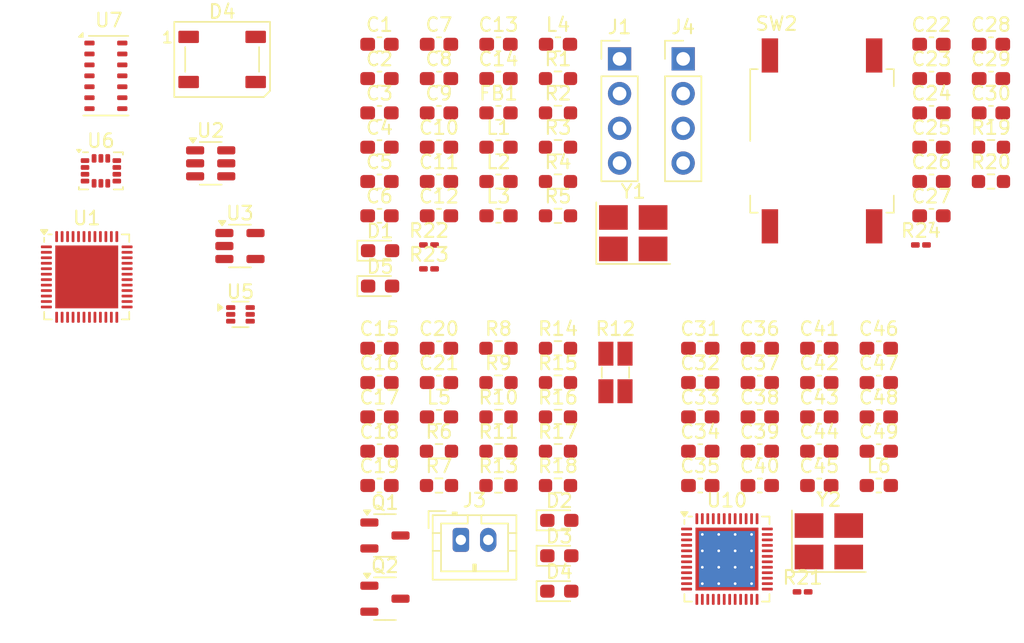
<source format=kicad_pcb>
(kicad_pcb (version 20241229) (generator "pcbnew") (generator_version "9.0")
  (layers (0 "F.Cu" signal) (2 "B.Cu" signal) (13 "F.Paste" user) (15 "B.Paste" user) (5 "F.SilkS" user "F.Silkscreen") (7 "B.SilkS" user "B.Silkscreen") (1 "F.Mask" user) (3 "B.Mask" user) (25 "Edge.Cuts" user))
  (net 0 "")
  (net 2 "3V3")
  (net 3 "GND")
  (net 4 "Net-(D4-DIN)")
  (net 5 "Net-(C10-Pad1)")
  (net 6 "Net-(U1-ANT)")
  (net 7 "/nRF/DECA")
  (net 8 "Net-(C11-Pad1)")
  (net 9 "/nRF/SWDIO")
  (net 10 "/nRF/HSE_IN")
  (net 11 "Net-(AE1-A)")
  (net 12 "CURR_SENSE")
  (net 13 "/nRF/NRESET")
  (net 14 "USB_VBUS")
  (net 16 "POX_INT")
  (net 17 "WS2812_DIN")
  (net 18 "SCL")
  (net 19 "1V8")
  (net 20 "+BATT")
  (net 21 "Net-(D4-K)")
  (net 22 "IMU_INT1")
  (net 23 "Net-(U5-FB)")
  (net 24 "IMU_INT2")
  (net 25 "SDA")
  (net 26 "USER_BUTTON")
  (net 27 "/nRF/SWDCLK")
  (net 29 "/nRF/DCC")
  (net 30 "BUZZER")
  (net 32 "Net-(U10-DIGVDD)")
  (net 33 "n70_PWRIOVDD")
  (net 34 "/nRF/DECD")
  (net 35 "VBATT_SENSE")
  (net 36 "Net-(U1-~{RESET})")
  (net 37 "/nRF/HSE_OUT")
  (net 40 "n70_3V3")
  (net 41 "Net-(U10-BUCKVMID)")
  (net 42 "Net-(U10-AFELDO)")
  (net 43 "Net-(U10-RFVDD)")
  (net 44 "Net-(U10-XOLDO)")
  (net 46 "Net-(U10-PALDO)")
  (net 47 "Net-(U10-SXLDO)")
  (net 48 "n70_IOVDD")
  (net 49 "Net-(U11-CONTROL)")
  (net 50 "Net-(D1-A)")
  (net 51 "Net-(D3-K)")
  (net 52 "Net-(D2-K)")
  (net 59 "Net-(D2-A)")
  (net 60 "Net-(D5-A)")
  (net 61 "Net-(J3-Pin_1)")
  (net 62 "/nRF/UART_TX_3V3")
  (net 63 "/nRF/UART_RX_3V3")
  (net 64 "Net-(U5-SW)")
  (net 65 "Net-(U10-BUCKOUT)")
  (net 66 "/nRF/USER_LED")
  (net 67 "Net-(J2-CC2)")
  (net 68 "Net-(J2-CC1)")
  (net 69 "Net-(U2-PROG)")
  (net 70 "Net-(U3-+)")
  (net 71 "Net-(U3--)")
  (net 72 "Net-(U4-CE)")
  (net 73 "Net-(U5-PG)")
  (net 74 "Net-(U6-CS)")
  (net 75 "/Wi-Fi/n70_BUCK_EN")
  (net 76 "/nRF/USER_LED2")
  (net 77 "Net-(U8-EN)")
  (net 78 "Net-(U9-SDO)")
  (net 79 "n70_COEX_STATUS1")
  (net 80 "n70_SW_CTRL0")
  (net 81 "/nRF/UART_RX")
  (net 82 "n70_COEX_REQ")
  (net 83 "SPI_MOSI")
  (net 84 "SPI_CLK")
  (net 85 "n70_COEX_GRANT")
  (net 86 "n70_COEX_STATUS0")
  (net 88 "SPI_CS")
  (net 89 "SPI_MISO")
  (net 90 "/nRF/UART_TX")
  (net 91 "n70_HOST_IRQ")
  (net 92 "BMP_IT")
  (net 98 "Net-(U10-TXRF1)")
  (net 100 "/Wi-Fi/RF_CRYSTAL_IN")
  (net 103 "Net-(U10-TXRF0)")
  (net 107 "/Wi-Fi/RF_CRYSTAL_OUT")
  (footprint "Capacitor_SMD:C_0603_1608Metric_Pad1.08x0.95mm_HandSolder" (layer "F.Cu") (at 191.35 99.98)
    (property "Reference" "C41" (at 0 -1.43 0) (layer "F.SilkS"))
    (property "Value" "22nF")
    (pad "1" smd roundrect (at -0.8625 0) (size 1.075 0.95) (layers "F.Cu" "F.Mask" "F.Paste") (net 43 "Net-(U10-RFVDD)"))
    (pad "2" smd roundrect (at 0.8625 0) (size 1.075 0.95) (layers "F.Cu" "F.Mask" "F.Paste") (net 3 "GND"))
  )
  (footprint "Inductor_SMD:L_0603_1608Metric_Pad1.05x0.95mm_HandSolder" (layer "F.Cu") (at 163.55 105)
    (property "Reference" "L5" (at 0 -1.43 0) (layer "F.SilkS"))
    (property "Value" "1.0uH")
    (pad "1" smd roundrect (at -0.875 0) (size 1.05 0.95) (layers "F.Cu" "F.Mask" "F.Paste") (net 64 "Net-(U5-SW)"))
    (pad "2" smd roundrect (at 0.875 0) (size 1.05 0.95) (layers "F.Cu" "F.Mask" "F.Paste") (net 19 "1V8"))
  )
  (footprint "Package_DFN_QFN:QFN-48-1EP_6x6mm_P0.4mm_EP4.6x4.6mm" (layer "F.Cu") (at 137.8 94.76)
    (property "Reference" "U1" (at 0 -4.3 0) (layer "F.SilkS"))
    (property "Value" "nRF54L10-QFXX")
    (pad "1" smd roundrect (at -2.95 -2.2) (size 0.8 0.2) (layers "F.Cu" "F.Mask" "F.Paste") (net 30 "BUZZER"))
    (pad "2" smd roundrect (at -2.95 -1.8) (size 0.8 0.2) (layers "F.Cu" "F.Mask" "F.Paste") (net 16 "POX_INT"))
    (pad "3" smd roundrect (at -2.95 -1.4) (size 0.8 0.2) (layers "F.Cu" "F.Mask" "F.Paste") (net 25 "SDA"))
    (pad "4" smd roundrect (at -2.95 -1) (size 0.8 0.2) (layers "F.Cu" "F.Mask" "F.Paste") (net 18 "SCL"))
    (pad "5" smd roundrect (at -2.95 -0.6) (size 0.8 0.2) (layers "F.Cu" "F.Mask" "F.Paste"))
    (pad "6" smd roundrect (at -2.95 -0.2) (size 0.8 0.2) (layers "F.Cu" "F.Mask" "F.Paste") (net 22 "IMU_INT1"))
    (pad "7" smd roundrect (at -2.95 0.2) (size 0.8 0.2) (layers "F.Cu" "F.Mask" "F.Paste") (net 12 "CURR_SENSE"))
    (pad "8" smd roundrect (at -2.95 0.6) (size 0.8 0.2) (layers "F.Cu" "F.Mask" "F.Paste") (net 35 "VBATT_SENSE"))
    (pad "9" smd roundrect (at -2.95 1) (size 0.8 0.2) (layers "F.Cu" "F.Mask" "F.Paste"))
    (pad "10" smd roundrect (at -2.95 1.4) (size 0.8 0.2) (layers "F.Cu" "F.Mask" "F.Paste") (net 19 "1V8"))
    (pad "11" smd roundrect (at -2.95 1.8) (size 0.8 0.2) (layers "F.Cu" "F.Mask" "F.Paste"))
    (pad "12" smd roundrect (at -2.95 2.2) (size 0.8 0.2) (layers "F.Cu" "F.Mask" "F.Paste") (net 84 "SPI_CLK"))
    (pad "13" smd roundrect (at -2.2 2.95) (size 0.2 0.8) (layers "F.Cu" "F.Mask" "F.Paste") (net 83 "SPI_MOSI"))
    (pad "14" smd roundrect (at -1.8 2.95) (size 0.2 0.8) (layers "F.Cu" "F.Mask" "F.Paste") (net 80 "n70_SW_CTRL0"))
    (pad "15" smd roundrect (at -1.4 2.95) (size 0.2 0.8) (layers "F.Cu" "F.Mask" "F.Paste") (net 89 "SPI_MISO"))
    (pad "16" smd roundrect (at -1 2.95) (size 0.2 0.8) (layers "F.Cu" "F.Mask" "F.Paste") (net 88 "SPI_CS"))
    (pad "17" smd roundrect (at -0.6 2.95) (size 0.2 0.8) (layers "F.Cu" "F.Mask" "F.Paste") (net 91 "n70_HOST_IRQ"))
    (pad "18" smd roundrect (at -0.2 2.95) (size 0.2 0.8) (layers "F.Cu" "F.Mask" "F.Paste") (net 86 "n70_COEX_STATUS0"))
    (pad "19" smd roundrect (at 0.2 2.95) (size 0.2 0.8) (layers "F.Cu" "F.Mask" "F.Paste") (net 79 "n70_COEX_STATUS1"))
    (pad "20" smd roundrect (at 0.6 2.95) (size 0.2 0.8) (layers "F.Cu" "F.Mask" "F.Paste") (net 82 "n70_COEX_REQ"))
    (pad "21" smd roundrect (at 1 2.95) (size 0.2 0.8) (layers "F.Cu" "F.Mask" "F.Paste") (net 85 "n70_COEX_GRANT"))
    (pad "22" smd roundrect (at 1.4 2.95) (size 0.2 0.8) (layers "F.Cu" "F.Mask" "F.Paste") (net 19 "1V8"))
    (pad "23" smd roundrect (at 1.8 2.95) (size 0.2 0.8) (layers "F.Cu" "F.Mask" "F.Paste") (net 90 "/nRF/UART_TX"))
    (pad "24" smd roundrect (at 2.2 2.95) (size 0.2 0.8) (layers "F.Cu" "F.Mask" "F.Paste") (net 81 "/nRF/UART_RX"))
    (pad "25" smd roundrect (at 2.95 2.2) (size 0.8 0.2) (layers "F.Cu" "F.Mask" "F.Paste") (net 9 "/nRF/SWDIO"))
    (pad "26" smd roundrect (at 2.95 1.8) (size 0.8 0.2) (layers "F.Cu" "F.Mask" "F.Paste") (net 27 "/nRF/SWDCLK"))
    (pad "27" smd roundrect (at 2.95 1.4) (size 0.8 0.2) (layers "F.Cu" "F.Mask" "F.Paste") (net 92 "BMP_IT"))
    (pad "28" smd roundrect (at 2.95 1) (size 0.8 0.2) (layers "F.Cu" "F.Mask" "F.Paste"))
    (pad "29" smd roundrect (at 2.95 0.6) (size 0.8 0.2) (layers "F.Cu" "F.Mask" "F.Paste"))
    (pad "30" smd roundrect (at 2.95 0.2) (size 0.8 0.2) (layers "F.Cu" "F.Mask" "F.Paste") (net 36 "Net-(U1-~{RESET})"))
    (pad "31" smd roundrect (at 2.95 -0.2) (size 0.8 0.2) (layers "F.Cu" "F.Mask" "F.Paste") (net 6 "Net-(U1-ANT)"))
    (pad "32" smd roundrect (at 2.95 -0.6) (size 0.8 0.2) (layers "F.Cu" "F.Mask" "F.Paste") (net 3 "GND"))
    (pad "33" smd roundrect (at 2.95 -1) (size 0.8 0.2) (layers "F.Cu" "F.Mask" "F.Paste") (net 7 "/nRF/DECA"))
    (pad "34" smd roundrect (at 2.95 -1.4) (size 0.8 0.2) (layers "F.Cu" "F.Mask" "F.Paste") (net 10 "/nRF/HSE_IN"))
    (pad "35" smd roundrect (at 2.95 -1.8) (size 0.8 0.2) (layers "F.Cu" "F.Mask" "F.Paste") (net 37 "/nRF/HSE_OUT"))
    (pad "36" smd roundrect (at 2.95 -2.2) (size 0.8 0.2) (layers "F.Cu" "F.Mask" "F.Paste") (net 19 "1V8"))
    (pad "37" smd roundrect (at 2.2 -2.95) (size 0.2 0.8) (layers "F.Cu" "F.Mask" "F.Paste") (net 24 "IMU_INT2"))
    (pad "38" smd roundrect (at 1.8 -2.95) (size 0.2 0.8) (layers "F.Cu" "F.Mask" "F.Paste"))
    (pad "39" smd roundrect (at 1.4 -2.95) (size 0.2 0.8) (layers "F.Cu" "F.Mask" "F.Paste") (net 76 "/nRF/USER_LED2"))
    (pad "40" smd roundrect (at 1 -2.95) (size 0.2 0.8) (layers "F.Cu" "F.Mask" "F.Paste"))
    (pad "41" smd roundrect (at 0.6 -2.95) (size 0.2 0.8) (layers "F.Cu" "F.Mask" "F.Paste") (net 26 "USER_BUTTON"))
    (pad "42" smd roundrect (at 0.2 -2.95) (size 0.2 0.8) (layers "F.Cu" "F.Mask" "F.Paste") (net 66 "/nRF/USER_LED"))
    (pad "43" smd roundrect (at -0.2 -2.95) (size 0.2 0.8) (layers "F.Cu" "F.Mask" "F.Paste") (net 7 "/nRF/DECA"))
    (pad "44" smd roundrect (at -0.6 -2.95) (size 0.2 0.8) (layers "F.Cu" "F.Mask" "F.Paste") (net 3 "GND"))
    (pad "45" smd roundrect (at -1 -2.95) (size 0.2 0.8) (layers "F.Cu" "F.Mask" "F.Paste") (net 34 "/nRF/DECD"))
    (pad "46" smd roundrect (at -1.4 -2.95) (size 0.2 0.8) (layers "F.Cu" "F.Mask" "F.Paste") (net 29 "/nRF/DCC"))
    (pad "47" smd roundrect (at -1.8 -2.95) (size 0.2 0.8) (layers "F.Cu" "F.Mask" "F.Paste") (net 19 "1V8"))
    (pad "48" smd roundrect (at -2.2 -2.95) (size 0.2 0.8) (layers "F.Cu" "F.Mask" "F.Paste") (net 19 "1V8"))
    (pad "49" smd rect (at 0 0) (size 4.6 4.6) (property pad_prop_heatsink) (layers "F.Cu" "F.Mask") (net 3 "GND"))
  )
  (footprint "Connector_PinHeader_2.54mm:PinHeader_1x04_P2.54mm_Vertical" (layer "F.Cu") (at 176.75 78.81)
    (property "Reference" "J1" (at 0 -2.33 0) (layer "F.SilkS"))
    (property "Value" "Conn_01x04_Pin")
    (pad "1" thru_hole rect (at 0 0) (size 1.7 1.7) (drill 1) (layers "*.Cu" "*.Mask") (net 19 "1V8"))
    (pad "2" thru_hole oval (at 0 2.54) (size 1.7 1.7) (drill 1) (layers "*.Cu" "*.Mask") (net 9 "/nRF/SWDIO"))
    (pad "3" thru_hole oval (at 0 5.08) (size 1.7 1.7) (drill 1) (layers "*.Cu" "*.Mask") (net 27 "/nRF/SWDCLK"))
    (pad "4" thru_hole oval (at 0 7.62) (size 1.7 1.7) (drill 1) (layers "*.Cu" "*.Mask") (net 3 "GND"))
  )
  (footprint "Inductor_SMD:L_0603_1608Metric_Pad1.05x0.95mm_HandSolder" (layer "F.Cu") (at 172.25 77.74)
    (property "Reference" "L4" (at 0 -1.43 0) (layer "F.SilkS"))
    (property "Value" "3.5nH")
    (pad "1" smd roundrect (at -0.875 0) (size 1.05 0.95) (layers "F.Cu" "F.Mask" "F.Paste") (net 8 "Net-(C11-Pad1)"))
    (pad "2" smd roundrect (at 0.875 0) (size 1.05 0.95) (layers "F.Cu" "F.Mask" "F.Paste") (net 11 "Net-(AE1-A)"))
  )
  (footprint "Resistor_SMD:R_0603_1608Metric_Pad0.98x0.95mm_HandSolder" (layer "F.Cu") (at 172.25 110.02)
    (property "Reference" "R18" (at 0 -1.43 0) (layer "F.SilkS"))
    (property "Value" "100k")
    (pad "1" smd roundrect (at -0.9125 0) (size 0.975 0.95) (layers "F.Cu" "F.Mask" "F.Paste") (net 23 "Net-(U5-FB)"))
    (pad "2" smd roundrect (at 0.9125 0) (size 0.975 0.95) (layers "F.Cu" "F.Mask" "F.Paste") (net 3 "GND"))
  )
  (footprint "Capacitor_SMD:C_0603_1608Metric_Pad1.08x0.95mm_HandSolder" (layer "F.Cu") (at 159.2 77.74)
    (property "Reference" "C1" (at 0 -1.43 0) (layer "F.SilkS"))
    (property "Value" "10uF")
    (pad "1" smd roundrect (at -0.8625 0) (size 1.075 0.95) (layers "F.Cu" "F.Mask" "F.Paste") (net 19 "1V8"))
    (pad "2" smd roundrect (at 0.8625 0) (size 1.075 0.95) (layers "F.Cu" "F.Mask" "F.Paste") (net 3 "GND"))
  )
  (footprint "Resistor_SMD:R_0603_1608Metric_Pad0.98x0.95mm_HandSolder" (layer "F.Cu") (at 172.25 82.76)
    (property "Reference" "R2" (at 0 -1.43 0) (layer "F.SilkS"))
    (property "Value" "4.7k")
    (pad "1" smd roundrect (at -0.9125 0) (size 0.975 0.95) (layers "F.Cu" "F.Mask" "F.Paste") (net 19 "1V8"))
    (pad "2" smd roundrect (at 0.9125 0) (size 0.975 0.95) (layers "F.Cu" "F.Mask" "F.Paste") (net 25 "SDA"))
  )
  (footprint "LED_SMD:LED_0603_1608Metric_Pad1.05x0.95mm_HandSolder" (layer "F.Cu") (at 172.345 112.57)
    (property "Reference" "D2" (at 0 -1.43 0) (layer "F.SilkS"))
    (property "Value" "LED")
    (pad "1" smd roundrect (at -0.875 0) (size 1.05 0.95) (layers "F.Cu" "F.Mask" "F.Paste") (net 52 "Net-(D2-K)"))
    (pad "2" smd roundrect (at 0.875 0) (size 1.05 0.95) (layers "F.Cu" "F.Mask" "F.Paste") (net 59 "Net-(D2-A)"))
  )
  (footprint "Capacitor_SMD:C_0603_1608Metric_Pad1.08x0.95mm_HandSolder" (layer "F.Cu") (at 159.2 99.98)
    (property "Reference" "C15" (at 0 -1.43 0) (layer "F.SilkS"))
    (property "Value" "4.7uF")
    (pad "1" smd roundrect (at -0.8625 0) (size 1.075 0.95) (layers "F.Cu" "F.Mask" "F.Paste") (net 14 "USB_VBUS"))
    (pad "2" smd roundrect (at 0.8625 0) (size 1.075 0.95) (layers "F.Cu" "F.Mask" "F.Paste") (net 3 "GND"))
  )
  (footprint "Crystal:Crystal_SMD_3225-4Pin_3.2x2.5mm_HandSoldering" (layer "F.Cu") (at 192.05 114.1)
    (property "Reference" "Y2" (at 0 -3.05 0) (layer "F.SilkS"))
    (property "Value" "Crystal_GND24")
    (pad "1" smd rect (at -1.45 1.15) (size 2.1 1.8) (layers "F.Cu" "F.Mask" "F.Paste") (net 107 "/Wi-Fi/RF_CRYSTAL_OUT"))
    (pad "2" smd rect (at 1.45 1.15) (size 2.1 1.8) (layers "F.Cu" "F.Mask" "F.Paste") (net 3 "GND"))
    (pad "3" smd rect (at 1.45 -1.15) (size 2.1 1.8) (layers "F.Cu" "F.Mask" "F.Paste") (net 100 "/Wi-Fi/RF_CRYSTAL_IN"))
    (pad "4" smd rect (at -1.45 -1.15) (size 2.1 1.8) (layers "F.Cu" "F.Mask" "F.Paste") (net 3 "GND"))
  )
  (footprint "LED_SMD:LED_0603_1608Metric_Pad1.05x0.95mm_HandSolder" (layer "F.Cu") (at 159.245 92.84)
    (property "Reference" "D1" (at 0 -1.43 0) (layer "F.SilkS"))
    (property "Value" "LED")
    (pad "1" smd roundrect (at -0.875 0) (size 1.05 0.95) (layers "F.Cu" "F.Mask" "F.Paste") (net 3 "GND"))
    (pad "2" smd roundrect (at 0.875 0) (size 1.05 0.95) (layers "F.Cu" "F.Mask" "F.Paste") (net 50 "Net-(D1-A)"))
  )
  (footprint "Capacitor_SMD:C_0603_1608Metric_Pad1.08x0.95mm_HandSolder" (layer "F.Cu") (at 159.2 107.51)
    (property "Reference" "C18" (at 0 -1.43 0) (layer "F.SilkS"))
    (property "Value" "2.2uF")
    (pad "1" smd roundrect (at -0.8625 0) (size 1.075 0.95) (layers "F.Cu" "F.Mask" "F.Paste") (net 51 "Net-(D3-K)"))
    (pad "2" smd roundrect (at 0.8625 0) (size 1.075 0.95) (layers "F.Cu" "F.Mask" "F.Paste") (net 3 "GND"))
  )
  (footprint "Capacitor_SMD:C_0603_1608Metric_Pad1.08x0.95mm_HandSolder" (layer "F.Cu") (at 159.2 110.02)
    (property "Reference" "C19" (at 0 -1.43 0) (layer "F.SilkS"))
    (property "Value" "4.7uF")
    (pad "1" smd roundrect (at -0.8625 0) (size 1.075 0.95) (layers "F.Cu" "F.Mask" "F.Paste") (net 21 "Net-(D4-K)"))
    (pad "2" smd roundrect (at 0.8625 0) (size 1.075 0.95) (layers "F.Cu" "F.Mask" "F.Paste") (net 3 "GND"))
  )
  (footprint "Capacitor_SMD:C_0603_1608Metric_Pad1.08x0.95mm_HandSolder" (layer "F.Cu") (at 163.55 90.29)
    (property "Reference" "C12" (at 0 -1.43 0) (layer "F.SilkS"))
    (property "Value" "0.3pF")
    (pad "1" smd roundrect (at -0.8625 0) (size 1.075 0.95) (layers "F.Cu" "F.Mask" "F.Paste") (net 11 "Net-(AE1-A)"))
    (pad "2" smd roundrect (at 0.8625 0) (size 1.075 0.95) (layers "F.Cu" "F.Mask" "F.Paste") (net 3 "GND"))
  )
  (footprint "Capacitor_SMD:C_0603_1608Metric_Pad1.08x0.95mm_HandSolder" (layer "F.Cu") (at 167.9 77.74)
    (property "Reference" "C13" (at 0 -1.43 0) (layer "F.SilkS"))
    (property "Value" "3.9pF")
    (pad "1" smd roundrect (at -0.8625 0) (size 1.075 0.95) (layers "F.Cu" "F.Mask" "F.Paste") (net 36 "Net-(U1-~{RESET})"))
    (pad "2" smd roundrect (at 0.8625 0) (size 1.075 0.95) (layers "F.Cu" "F.Mask" "F.Paste") (net 3 "GND"))
  )
  (footprint "Capacitor_SMD:C_0603_1608Metric_Pad1.08x0.95mm_HandSolder" (layer "F.Cu") (at 163.55 85.27)
    (property "Reference" "C10" (at 0 -1.43 0) (layer "F.SilkS"))
    (property "Value" "1.5pF")
    (pad "1" smd roundrect (at -0.8625 0) (size 1.075 0.95) (layers "F.Cu" "F.Mask" "F.Paste") (net 5 "Net-(C10-Pad1)"))
    (pad "2" smd roundrect (at 0.8625 0) (size 1.075 0.95) (layers "F.Cu" "F.Mask" "F.Paste") (net 3 "GND"))
  )
  (footprint "Resistor_SMD:R_0603_1608Metric_Pad0.98x0.95mm_HandSolder" (layer "F.Cu") (at 167.9 105)
    (property "Reference" "R10" (at 0 -1.43 0) (layer "F.SilkS"))
    (property "Value" "200k")
    (pad "1" smd roundrect (at -0.9125 0) (size 0.975 0.95) (layers "F.Cu" "F.Mask" "F.Paste") (net 20 "+BATT"))
    (pad "2" smd roundrect (at 0.9125 0) (size 0.975 0.95) (layers "F.Cu" "F.Mask" "F.Paste") (net 35 "VBATT_SENSE"))
  )
  (footprint "Inductor_SMD:L_0603_1608Metric_Pad1.05x0.95mm_HandSolder" (layer "F.Cu") (at 195.7 110.02)
    (property "Reference" "L6" (at 0 -1.43 0) (layer "F.SilkS"))
    (property "Value" "3.3uH")
    (pad "1" smd roundrect (at -0.875 0) (size 1.05 0.95) (layers "F.Cu" "F.Mask" "F.Paste") (net 65 "Net-(U10-BUCKOUT)"))
    (pad "2" smd roundrect (at 0.875 0) (size 1.05 0.95) (layers "F.Cu" "F.Mask" "F.Paste") (net 40 "n70_3V3"))
  )
  (footprint "Capacitor_SMD:C_0603_1608Metric_Pad1.08x0.95mm_HandSolder" (layer "F.Cu") (at 163.55 77.74)
    (property "Reference" "C7" (at 0 -1.43 0) (layer "F.SilkS"))
    (property "Value" "2.2uF")
    (pad "1" smd roundrect (at -0.8625 0) (size 1.075 0.95) (layers "F.Cu" "F.Mask" "F.Paste") (net 7 "/nRF/DECA"))
    (pad "2" smd roundrect (at 0.8625 0) (size 1.075 0.95) (layers "F.Cu" "F.Mask" "F.Paste") (net 3 "GND"))
  )
  (footprint "Button_Switch_SMD:SW_MEC_5GSH9" (layer "F.Cu") (at 191.55 84.81)
    (property "Reference" "SW2" (at -3.325 -8.575 180) (layer "F.SilkS"))
    (property "Value" "SW_MEC_5E")
    (pad "1" smd rect (at -3.81 -6.25 90) (size 2.5 1.2) (layers "F.Cu" "F.Mask" "F.Paste") (net 3 "GND"))
    (pad "2" smd rect (at -3.81 6.25 90) (size 2.5 1.2) (layers "F.Cu" "F.Mask" "F.Paste") (net 3 "GND"))
    (pad "3" smd rect (at 3.81 -6.25 90) (size 2.5 1.2) (layers "F.Cu" "F.Mask" "F.Paste") (net 26 "USER_BUTTON"))
    (pad "4" smd rect (at 3.81 6.25 90) (size 2.5 1.2) (layers "F.Cu" "F.Mask" "F.Paste") (net 26 "USER_BUTTON"))
  )
  (footprint "Capacitor_SMD:C_0603_1608Metric_Pad1.08x0.95mm_HandSolder" (layer "F.Cu") (at 159.2 85.27)
    (property "Reference" "C4" (at 0 -1.43 0) (layer "F.SilkS"))
    (property "Value" "100nF")
    (pad "1" smd roundrect (at -0.8625 0) (size 1.075 0.95) (layers "F.Cu" "F.Mask" "F.Paste") (net 19 "1V8"))
    (pad "2" smd roundrect (at 0.8625 0) (size 1.075 0.95) (layers "F.Cu" "F.Mask" "F.Paste") (net 3 "GND"))
  )
  (footprint "Capacitor_SMD:C_0603_1608Metric_Pad1.08x0.95mm_HandSolder" (layer "F.Cu") (at 199.55 77.74)
    (property "Reference" "C22" (at 0 -1.43 0) (layer "F.SilkS"))
    (property "Value" "100nF")
    (pad "1" smd roundrect (at -0.8625 0) (size 1.075 0.95) (layers "F.Cu" "F.Mask" "F.Paste") (net 19 "1V8"))
    (pad "2" smd roundrect (at 0.8625 0) (size 1.075 0.95) (layers "F.Cu" "F.Mask" "F.Paste") (net 3 "GND"))
  )
  (footprint "Resistor_SMD:R_0603_1608Metric_Pad0.98x0.95mm_HandSolder" (layer "F.Cu") (at 172.25 85.27)
    (property "Reference" "R3" (at 0 -1.43 0) (layer "F.SilkS"))
    (property "Value" "1k")
    (pad "1" smd roundrect (at -0.9125 0) (size 0.975 0.95) (layers "F.Cu" "F.Mask" "F.Paste") (net 66 "/nRF/USER_LED"))
    (pad "2" smd roundrect (at 0.9125 0) (size 0.975 0.95) (layers "F.Cu" "F.Mask" "F.Paste") (net 50 "Net-(D1-A)"))
  )
  (footprint "Resistor_SMD:R_0603_1608Metric_Pad0.98x0.95mm_HandSolder" (layer "F.Cu") (at 167.9 102.49)
    (property "Reference" "R9" (at 0 -1.43 0) (layer "F.SilkS"))
    (property "Value" "10k")
    (pad "1" smd roundrect (at -0.9125 0) (size 0.975 0.95) (layers "F.Cu" "F.Mask" "F.Paste") (net 69 "Net-(U2-PROG)"))
    (pad "2" smd roundrect (at 0.9125 0) (size 0.975 0.95) (layers "F.Cu" "F.Mask" "F.Paste") (net 3 "GND"))
  )
  (footprint "Capacitor_SMD:C_0603_1608Metric_Pad1.08x0.95mm_HandSolder" (layer "F.Cu") (at 203.9 82.76)
    (property "Reference" "C30" (at 0 -1.43 0) (layer "F.SilkS"))
    (property "Value" "100nF")
    (pad "1" smd roundrect (at -0.8625 0) (size 1.075 0.95) (layers "F.Cu" "F.Mask" "F.Paste") (net 19 "1V8"))
    (pad "2" smd roundrect (at 0.8625 0) (size 1.075 0.95) (layers "F.Cu" "F.Mask" "F.Paste") (net 3 "GND"))
  )
  (footprint "Resistor_SMD:R_0201_0603Metric_Pad0.64x0.40mm_HandSolder" (layer "F.Cu") (at 190.13 117.8)
    (property "Reference" "R21" (at 0 -1.05 0) (layer "F.SilkS"))
    (property "Value" "R")
    (pad "1" smd roundrect (at -0.4075 0) (size 0.635 0.4) (layers "F.Cu" "F.Mask") (net 75 "/Wi-Fi/n70_BUCK_EN"))
    (pad "2" smd roundrect (at 0.4075 0) (size 0.635 0.4) (layers "F.Cu" "F.Mask") (net 49 "Net-(U11-CONTROL)"))
  )
  (footprint "Crystal:Crystal_SMD_3225-4Pin_3.2x2.5mm_HandSoldering" (layer "F.Cu") (at 177.75 91.56)
    (property "Reference" "Y1" (at 0 -3.05 0) (layer "F.SilkS"))
    (property "Value" "Crystal_GND24")
    (pad "1" smd rect (at -1.45 1.15) (size 2.1 1.8) (layers "F.Cu" "F.Mask" "F.Paste") (net 10 "/nRF/HSE_IN"))
    (pad "2" smd rect (at 1.45 1.15) (size 2.1 1.8) (layers "F.Cu" "F.Mask" "F.Paste") (net 3 "GND"))
    (pad "3" smd rect (at 1.45 -1.15) (size 2.1 1.8) (layers "F.Cu" "F.Mask" "F.Paste") (net 37 "/nRF/HSE_OUT"))
    (pad "4" smd rect (at -1.45 -1.15) (size 2.1 1.8) (layers "F.Cu" "F.Mask" "F.Paste") (net 3 "GND"))
  )
  (footprint "Diode_SMD:D_0603_1608Metric_Pad1.05x0.95mm_HandSolder" (layer "F.Cu") (at 172.345 117.75)
    (property "Reference" "D4" (at 0 -1.43 0) (layer "F.SilkS"))
    (property "Value" "D_Schottky")
    (pad "1" smd roundrect (at -0.875 0) (size 1.05 0.95) (layers "F.Cu" "F.Mask" "F.Paste") (net 21 "Net-(D4-K)"))
    (pad "2" smd roundrect (at 0.875 0) (size 1.05 0.95) (layers "F.Cu" "F.Mask" "F.Paste") (net 14 "USB_VBUS"))
  )
  (footprint "Package_TO_SOT_SMD:SOT-23-3" (layer "F.Cu") (at 159.6 118.3)
    (property "Reference" "Q2" (at 0 -2.4 0) (layer "F.SilkS"))
    (property "Value" "PMOS")
    (pad "1" smd roundrect (at -1.1375 -0.95) (size 1.325 0.6) (layers "F.Cu" "F.Mask" "F.Paste") (net 20 "+BATT"))
    (pad "2" smd roundrect (at -1.1375 0.95) (size 1.325 0.6) (layers "F.Cu" "F.Mask" "F.Paste") (net 14 "USB_VBUS"))
    (pad "3" smd roundrect (at 1.1375 0) (size 1.325 0.6) (layers "F.Cu" "F.Mask" "F.Paste") (net 21 "Net-(D4-K)"))
  )
  (footprint "Package_TO_SOT_SMD:SOT-23-6" (layer "F.Cu") (at 146.8625 86.45)
    (property "Reference" "U2" (at 0 -2.4 0) (layer "F.SilkS"))
    (property "Value" "TXS0101DBV")
    (pad "1" smd roundrect (at -1.1375 -0.95) (size 1.325 0.6) (layers "F.Cu" "F.Mask" "F.Paste") (net 19 "1V8"))
    (pad "2" smd roundrect (at -1.1375 0) (size 1.325 0.6) (layers "F.Cu" "F.Mask" "F.Paste") (net 3 "GND"))
    (pad "3" smd roundrect (at -1.1375 0.95) (size 1.325 0.6) (layers "F.Cu" "F.Mask" "F.Paste") (net 17 "WS2812_DIN"))
    (pad "4" smd roundrect (at 1.1375 0.95) (size 1.325 0.6) (layers "F.Cu" "F.Mask" "F.Paste") (net 4 "Net-(D4-DIN)"))
    (pad "5" smd roundrect (at 1.1375 0) (size 1.325 0.6) (layers "F.Cu" "F.Mask" "F.Paste") (net 19 "1V8"))
    (pad "6" smd roundrect (at 1.1375 -0.95) (size 1.325 0.6) (layers "F.Cu" "F.Mask" "F.Paste") (net 2 "3V3"))
  )
  (footprint "Inductor_SMD:L_0603_1608Metric_Pad1.05x0.95mm_HandSolder" (layer "F.Cu") (at 167.9 90.29)
    (property "Reference" "L3" (at 0 -1.43 0) (layer "F.SilkS"))
    (property "Value" "3.5nH")
    (pad "1" smd roundrect (at -0.875 0) (size 1.05 0.95) (layers "F.Cu" "F.Mask" "F.Paste") (net 5 "Net-(C10-Pad1)"))
    (pad "2" smd roundrect (at 0.875 0) (size 1.05 0.95) (layers "F.Cu" "F.Mask" "F.Paste") (net 8 "Net-(C11-Pad1)"))
  )
  (footprint "Resistor_SMD:R_0603_1608Metric_Pad0.98x0.95mm_HandSolder" (layer "F.Cu") (at 172.25 80.25)
    (property "Reference" "R1" (at 0 -1.43 0) (layer "F.SilkS"))
    (property "Value" "4.7k")
    (pad "1" smd roundrect (at -0.9125 0) (size 0.975 0.95) (layers "F.Cu" "F.Mask" "F.Paste") (net 19 "1V8"))
    (pad "2" smd roundrect (at 0.9125 0) (size 0.975 0.95) (layers "F.Cu" "F.Mask" "F.Paste") (net 18 "SCL"))
  )
  (footprint "Resistor_SMD:R_Shunt_Ohmite_LVK12" (layer "F.Cu") (at 176.45 101.75)
    (property "Reference" "R12" (at 0 -3.2 180) (layer "F.SilkS"))
    (property "Value" "100m")
    (pad "1" smd rect (at -0.7 -1.375) (size 1.1 1.75) (layers "F.Cu" "F.Mask" "F.Paste") (net 61 "Net-(J3-Pin_1)"))
    (pad "2" smd rect (at 0.7 -1.375) (size 1.1 1.75) (layers "F.Cu" "F.Mask" "F.Paste") (net 71 "Net-(U3--)"))
    (pad "3" smd rect (at 0.7 1.375) (size 1.1 1.75) (layers "F.Cu" "F.Mask" "F.Paste") (net 70 "Net-(U3-+)"))
    (pad "4" smd rect (at -0.7 1.375) (size 1.1 1.75) (layers "F.Cu" "F.Mask" "F.Paste") (net 20 "+BATT"))
  )
  (footprint "Capacitor_SMD:C_0603_1608Metric_Pad1.08x0.95mm_HandSolder" (layer "F.Cu") (at 163.55 87.78)
    (property "Reference" "C11" (at 0 -1.43 0) (layer "F.SilkS"))
    (property "Value" "2.0pF")
    (pad "1" smd roundrect (at -0.8625 0) (size 1.075 0.95) (layers "F.Cu" "F.Mask" "F.Paste") (net 8 "Net-(C11-Pad1)"))
    (pad "2" smd roundrect (at 0.8625 0) (size 1.075 0.95) (layers "F.Cu" "F.Mask" "F.Paste") (net 3 "GND"))
  )
  (footprint "Connector_JST:JST_PH_B2B-PH-K_1x02_P2.00mm_Vertical" (layer "F.Cu") (at 165.15 114)
    (property "Reference" "J3" (at 1 -2.9 0) (layer "F.SilkS"))
    (property "Value" "Conn_01x02")
    (pad "1" thru_hole roundrect (at 0 0) (size 1.2 1.75) (drill 0.75) (layers "*.Cu" "*.Mask") (roundrect_rratio 0.208333) (net 61 "Net-(J3-Pin_1)"))
    (pad "2" thru_hole oval (at 2 0) (size 1.2 1.75) (drill 0.75) (layers "*.Cu" "*.Mask") (net 3 "GND"))
  )
  (footprint "Capacitor_SMD:C_0603_1608Metric_Pad1.08x0.95mm_HandSolder" (layer "F.Cu") (at 182.65 110.02)
    (property "Reference" "C35" (at 0 -1.43 0) (layer "F.SilkS"))
    (property "Value" "4.7uF")
    (pad "1" smd roundrect (at -0.8625 0) (size 1.075 0.95) (layers "F.Cu" "F.Mask" "F.Paste") (net 40 "n70_3V3"))
    (pad "2" smd roundrect (at 0.8625 0) (size 1.075 0.95) (layers "F.Cu" "F.Mask" "F.Paste") (net 3 "GND"))
  )
  (footprint "Capacitor_SMD:C_0603_1608Metric_Pad1.08x0.95mm_HandSolder" (layer "F.Cu") (at 191.35 107.51)
    (property "Reference" "C44" (at 0 -1.43 0) (layer "F.SilkS"))
    (property "Value" "100nF")
    (pad "1" smd roundrect (at -0.8625 0) (size 1.075 0.95) (layers "F.Cu" "F.Mask" "F.Paste") (net 46 "Net-(U10-PALDO)"))
    (pad "2" smd roundrect (at 0.8625 0) (size 1.075 0.95) (layers "F.Cu" "F.Mask" "F.Paste") (net 3 "GND"))
  )
  (footprint "Capacitor_SMD:C_0603_1608Metric_Pad1.08x0.95mm_HandSolder" (layer "F.Cu") (at 159.2 82.76)
    (property "Reference" "C3" (at 0 -1.43 0) (layer "F.SilkS"))
    (property "Value" "100nF")
    (pad "1" smd roundrect (at -0.8625 0) (size 1.075 0.95) (layers "F.Cu" "F.Mask" "F.Paste") (net 19 "1V8"))
    (pad "2" smd roundrect (at 0.8625 0) (size 1.075 0.95) (layers "F.Cu" "F.Mask" "F.Paste") (net 3 "GND"))
  )
  (footprint "Capacitor_SMD:C_0603_1608Metric_Pad1.08x0.95mm_HandSolder" (layer "F.Cu") (at 187 105)
    (property "Reference" "C38" (at 0 -1.43 0) (layer "F.SilkS"))
    (property "Value" "1.0uF")
    (pad "1" smd roundrect (at -0.8625 0) (size 1.075 0.95) (layers "F.Cu" "F.Mask" "F.Paste") (net 2 "3V3"))
    (pad "2" smd roundrect (at 0.8625 0) (size 1.075 0.95) (layers "F.Cu" "F.Mask" "F.Paste") (net 3 "GND"))
  )
  (footprint "Capacitor_SMD:C_0603_1608Metric_Pad1.08x0.95mm_HandSolder" (layer "F.Cu") (at 199.55 90.29)
    (property "Reference" "C27" (at 0 -1.43 0) (layer "F.SilkS"))
    (property "Value" "0.1uF")
    (pad "1" smd roundrect (at -0.8625 0) (size 1.075 0.95) (layers "F.Cu" "F.Mask" "F.Paste") (net 2 "3V3"))
    (pad "2" smd roundrect (at 0.8625 0) (size 1.075 0.95) (layers "F.Cu" "F.Mask" "F.Paste") (net 3 "GND"))
  )
  (footprint "Package_TO_SOT_SMD:SOT-23-3" (layer "F.Cu") (at 159.6 113.675)
    (property "Reference" "Q1" (at 0 -2.4 0) (layer "F.SilkS"))
    (property "Value" "PMOS")
    (pad "1" smd roundrect (at -1.1375 -0.95) (size 1.325 0.6) (layers "F.Cu" "F.Mask" "F.Paste") (net 20 "+BATT"))
    (pad "2" smd roundrect (at -1.1375 0.95) (size 1.325 0.6) (layers "F.Cu" "F.Mask" "F.Paste") (net 14 "USB_VBUS"))
    (pad "3" smd roundrect (at 1.1375 0) (size 1.325 0.6) (layers "F.Cu" "F.Mask" "F.Paste") (net 51 "Net-(D3-K)"))
  )
  (footprint "Resistor_SMD:R_0603_1608Metric_Pad0.98x0.95mm_HandSolder" (layer "F.Cu") (at 172.25 99.98)
    (property "Reference" "R14" (at 0 -1.43 0) (layer "F.SilkS"))
    (property "Value" "10k")
    (pad "1" smd roundrect (at -0.9125 0) (size 0.975 0.95) (layers "F.Cu" "F.Mask" "F.Paste") (net 3 "GND"))
    (pad "2" smd roundrect (at 0.9125 0) (size 0.975 0.95) (layers "F.Cu" "F.Mask" "F.Paste") (net 14 "USB_VBUS"))
  )
  (footprint "Capacitor_SMD:C_0603_1608Metric_Pad1.08x0.95mm_HandSolder" (layer "F.Cu") (at 199.55 85.27)
    (property "Reference" "C25" (at 0 -1.43 0) (layer "F.SilkS"))
    (property "Value" "0.1uF")
    (pad "1" smd roundrect (at -0.8625 0) (size 1.075 0.95) (layers "F.Cu" "F.Mask" "F.Paste") (net 19 "1V8"))
    (pad "2" smd roundrect (at 0.8625 0) (size 1.075 0.95) (layers "F.Cu" "F.Mask" "F.Paste") (net 3 "GND"))
  )
  (footprint "Resistor_SMD:R_0603_1608Metric_Pad0.98x0.95mm_HandSolder" (layer "F.Cu") (at 167.9 107.51)
    (property "Reference" "R11" (at 0 -1.43 0) (layer "F.SilkS"))
    (property "Value" "100k")
    (pad "1" smd roundrect (at -0.9125 0) (size 0.975 0.95) (layers "F.Cu" "F.Mask" "F.Paste") (net 35 "VBATT_SENSE"))
    (pad "2" smd roundrect (at 0.9125 0) (size 0.975 0.95) (layers "F.Cu" "F.Mask" "F.Paste") (net 3 "GND"))
  )
  (footprint "Capacitor_SMD:C_0603_1608Metric_Pad1.08x0.95mm_HandSolder" (layer "F.Cu") (at 182.65 105)
    (property "Reference" "C33" (at 0 -1.43 0) (layer "F.SilkS"))
    (property "Value" "2.2uF")
    (pad "1" smd roundrect (at -0.8625 0) (size 1.075 0.95) (layers "F.Cu" "F.Mask" "F.Paste") (net 33 "n70_PWRIOVDD"))
    (pad "2" smd roundrect (at 0.8625 0) (size 1.075 0.95) (layers "F.Cu" "F.Mask" "F.Paste") (net 3 "GND"))
  )
  (footprint "OptoDevice:Maxim_OLGA-14_3.3x5.6mm_P0.8mm" (layer "F.Cu") (at 139.2 80.05)
    (property "Reference" "U7" (at 0.22 -4.07 0) (layer "F.SilkS"))
    (property "Value" "MAX30102")
    (pad "1" smd roundrect (at -1.2 -2.4) (size 0.75 0.35) (layers "F.Cu" "F.Mask" "F.Paste"))
    (pad "2" smd roundrect (at -1.2 -1.6) (size 0.75 0.35) (layers "F.Cu" "F.Mask" "F.Paste") (net 18 "SCL"))
    (pad "3" smd roundrect (at -1.2 -0.8) (size 0.75 0.35) (layers "F.Cu" "F.Mask" "F.Paste") (net 25 "SDA"))
    (pad "4" smd roundrect (at -1.2 0) (size 0.75 0.35) (layers "F.Cu" "F.Mask" "F.Paste") (net 3 "GND"))
    (pad "5" smd roundrect (at -1.2 0.8) (size 0.75 0.35) (layers "F.Cu" "F.Mask" "F.Paste"))
    (pad "6" smd roundrect (at -1.2 1.6) (size 0.75 0.35) (layers "F.Cu" "F.Mask" "F.Paste"))
    (pad "7" smd roundrect (at -1.2 2.4) (size 0.75 0.35) (layers "F.Cu" "F.Mask" "F.Paste"))
    (pad "8" smd roundrect (at 1.2 2.4) (size 0.75 0.35) (layers "F.Cu" "F.Mask" "F.Paste"))
    (pad "9" smd roundrect (at 1.2 1.6) (size 0.75 0.35) (layers "F.Cu" "F.Mask" "F.Paste") (net 2 "3V3"))
    (pad "10" smd roundrect (at 1.2 0.8) (size 0.75 0.35) (layers "F.Cu" "F.Mask" "F.Paste") (net 2 "3V3"))
    (pad "11" smd roundrect (at 1.2 0) (size 0.75 0.35) (layers "F.Cu" "F.Mask" "F.Paste") (net 19 "1V8"))
    (pad "12" smd roundrect (at 1.2 -0.8) (size 0.75 0.35) (layers "F.Cu" "F.Mask" "F.Paste") (net 3 "GND"))
    (pad "13" smd roundrect (at 1.2 -1.6) (size 0.75 0.35) (layers "F.Cu" "F.Mask" "F.Paste") (net 16 "POX_INT"))
    (pad "14" smd roundrect (at 1.2 -2.4) (size 0.75 0.35) (layers "F.Cu" "F.Mask" "F.Paste"))
  )
  (footprint "Capacitor_SMD:C_0603_1608Metric_Pad1.08x0.95mm_HandSolder" (layer "F.Cu") (at 187 102.49)
    (property "Reference" "C37" (at 0 -1.43 0) (layer "F.SilkS"))
    (property "Value" "10nF")
    (pad "1" smd roundrect (at -0.8625 0) (size 1.075 0.95) (layers "F.Cu" "F.Mask" "F.Paste") (net 41 "Net-(U10-BUCKVMID)"))
    (pad "2" smd roundrect (at 0.8625 0) (size 1.075 0.95) (layers "F.Cu" "F.Mask" "F.Paste") (net 3 "GND"))
  )
  (footprint "Diode_SMD:D_0603_1608Metric_Pad1.05x0.95mm_HandSolder" (layer "F.Cu") (at 172.345 115.16)
    (property "Reference" "D3" (at 0 -1.43 0) (layer "F.SilkS"))
    (property "Value" "D_Schottky")
    (pad "1" smd roundrect (at -0.875 0) (size 1.05 0.95) (layers "F.Cu" "F.Mask" "F.Paste") (net 51 "Net-(D3-K)"))
    (pad "2" smd roundrect (at 0.875 0) (size 1.05 0.95) (layers "F.Cu" "F.Mask" "F.Paste") (net 14 "USB_VBUS"))
  )
  (footprint "Capacitor_SMD:C_0603_1608Metric_Pad1.08x0.95mm_HandSolder" (layer "F.Cu") (at 191.35 110.02)
    (property "Reference" "C45" (at 0 -1.43 0) (layer "F.SilkS"))
    (property "Value" "0.47uF")
    (pad "1" smd roundrect (at -0.8625 0) (size 1.075 0.95) (layers "F.Cu" "F.Mask" "F.Paste") (net 47 "Net-(U10-SXLDO)"))
    (pad "2" smd roundrect (at 0.8625 0) (size 1.075 0.95) (layers "F.Cu" "F.Mask" "F.Paste") (net 3 "GND"))
  )
  (footprint "Resistor_SMD:R_0603_1608Metric_Pad0.98x0.95mm_HandSolder" (layer "F.Cu") (at 167.9 110.02)
    (property "Reference" "R13" (at 0 -1.43 0) (layer "F.SilkS"))
    (property "Value" "10k")
    (pad "1" smd roundrect (at -0.9125 0) (size 0.975 0.95) (layers "F.Cu" "F.Mask" "F.Paste") (net 72 "Net-(U4-CE)"))
    (pad "2" smd roundrect (at 0.9125 0) (size 0.975 0.95) (layers "F.Cu" "F.Mask" "F.Paste") (net 51 "Net-(D3-K)"))
  )
  (footprint "Capacitor_SMD:C_0603_1608Metric_Pad1.08x0.95mm_HandSolder" (layer "F.Cu") (at 163.55 102.49)
    (property "Reference" "C21" (at 0 -1.43 0) (layer "F.SilkS"))
    (property "Value" "22uF")
    (pad "1" smd roundrect (at -0.8625 0) (size 1.075 0.95) (layers "F.Cu" "F.Mask" "F.Paste") (net 19 "1V8"))
    (pad "2" smd roundrect (at 0.8625 0) (size 1.075 0.95) (layers "F.Cu" "F.Mask" "F.Paste") (net 3 "GND"))
  )
  (footprint "Capacitor_SMD:C_0603_1608Metric_Pad1.08x0.95mm_HandSolder" (layer "F.Cu") (at 195.7 102.49)
    (property "Reference" "C47" (at 0 -1.43 0) (layer "F.SilkS"))
    (property "Value" "100nF")
    (pad "1" smd roundrect (at -0.8625 0) (size 1.075 0.95) (layers "F.Cu" "F.Mask" "F.Paste") (net 40 "n70_3V3"))
    (pad "2" smd roundrect (at 0.8625 0) (size 1.075 0.95) (layers "F.Cu" "F.Mask" "F.Paste") (net 3 "GND"))
  )
  (footprint "Resistor_SMD:R_0603_1608Metric_Pad0.98x0.95mm_HandSolder" (layer "F.Cu") (at 172.25 90.29)
    (property "Reference" "R5" (at 0 -1.43 0) (layer "F.SilkS"))
    (property "Value" "1k")
    (pad "1" smd roundrect (at -0.9125 0) (size 0.975 0.95) (layers "F.Cu" "F.Mask" "F.Paste") (net 36 "Net-(U1-~{RESET})"))
    (pad "2" smd roundrect (at 0.9125 0) (size 0.975 0.95) (layers "F.Cu" "F.Mask" "F.Paste") (net 13 "/nRF/NRESET"))
  )
  (footprint "Capacitor_SMD:C_0603_1608Metric_Pad1.08x0.95mm_HandSolder" (layer "F.Cu") (at 203.9 80.25)
    (property "Reference" "C29" (at 0 -1.43 0) (layer "F.SilkS"))
    (property "Value" "100nF")
    (pad "1" smd roundrect (at -0.8625 0) (size 1.075 0.95) (layers "F.Cu" "F.Mask" "F.Paste") (net 19 "1V8"))
    (pad "2" smd roundrect (at 0.8625 0) (size 1.075 0.95) (layers "F.Cu" "F.Mask" "F.Paste") (net 3 "GND"))
  )
  (footprint "Package_LGA:LGA-14_3x2.5mm_P0.5mm_LayoutBorder3x4y" (layer "F.Cu") (at 138.8375 87)
    (property "Reference" "U6" (at 0 -2.2 0) (layer "F.SilkS"))
    (property "Value" "LSM6DS3")
    (pad "1" smd roundrect (at -1.1625 -0.75) (size 0.625 0.35) (layers "F.Cu" "F.Mask" "F.Paste") (net 3 "GND"))
    (pad "2" smd roundrect (at -1.1625 -0.25) (size 0.625 0.35) (layers "F.Cu" "F.Mask" "F.Paste") (net 3 "GND"))
    (pad "3" smd roundrect (at -1.1625 0.25) (size 0.625 0.35) (layers "F.Cu" "F.Mask" "F.Paste") (net 3 "GND"))
    (pad "4" smd roundrect (at -1.1625 0.75) (size 0.625 0.35) (layers "F.Cu" "F.Mask" "F.Paste") (net 22 "IMU_INT1"))
    (pad "5" smd roundrect (at -0.5 0.9125) (size 0.35 0.625) (layers "F.Cu" "F.Mask" "F.Paste") (net 19 "1V8"))
    (pad "6" smd roundrect (at 0 0.9125) (size 0.35 0.625) (layers "F.Cu" "F.Mask" "F.Paste") (net 3 "GND"))
    (pad "7" smd roundrect (at 0.5 0.9125) (size 0.35 0.625) (layers "F.Cu" "F.Mask" "F.Paste") (net 3 "GND"))
    (pad "8" smd roundrect (at 1.1625 0.75) (size 0.625 0.35) (layers "F.Cu" "F.Mask" "F.Paste") (net 19 "1V8"))
    (pad "9" smd roundrect (at 1.1625 0.25) (size 0.625 0.35) (layers "F.Cu" "F.Mask" "F.Paste") (net 24 "IMU_INT2"))
    (pad "10" smd roundrect (at 1.1625 -0.25) (size 0.625 0.35) (layers "F.Cu" "F.Mask" "F.Paste"))
    (pad "11" smd roundrect (at 1.1625 -0.75) (size 0.625 0.35) (layers "F.Cu" "F.Mask" "F.Paste"))
    (pad "12" smd roundrect (at 0.5 -0.9125) (size 0.35 0.625) (layers "F.Cu" "F.Mask" "F.Paste") (net 74 "Net-(U6-CS)"))
    (pad "13" smd roundrect (at 0 -0.9125) (size 0.35 0.625) (layers "F.Cu" "F.Mask" "F.Paste") (net 18 "SCL"))
    (pad "14" smd roundrect (at -0.5 -0.9125) (size 0.35 0.625) (layers "F.Cu" "F.Mask" "F.Paste") (net 25 "SDA"))
  )
  (footprint "Resistor_SMD:R_0603_1608Metric_Pad0.98x0.95mm_HandSolder" (layer "F.Cu") (at 163.55 107.51)
    (property "Reference" "R6" (at 0 -1.43 0) (layer "F.SilkS"))
    (property "Value" "5.1k")
    (pad "1" smd roundrect (at -0.9125 0) (size 0.975 0.95) (layers "F.Cu" "F.Mask" "F.Paste") (net 67 "Net-(J2-CC2)"))
    (pad "2" smd roundrect (at 0.9125 0) (size 0.975 0.95) (layers "F.Cu" "F.Mask" "F.Paste") (net 3 "GND"))
  )
  (footprint "Capacitor_SMD:C_0603_1608Metric_Pad1.08x0.95mm_HandSolder" (layer "F.Cu") (at 203.9 77.74)
    (property "Reference" "C28" (at 0 -1.43 0) (layer "F.SilkS"))
    (property "Value" "0.1uF")
    (pad "1" smd roundrect (at -0.8625 0) (size 1.075 0.95) (layers "F.Cu" "F.Mask" "F.Paste") (net 26 "USER_BUTTON"))
    (pad "2" smd roundrect (at 0.8625 0) (size 1.075 0.95) (layers "F.Cu" "F.Mask" "F.Paste") (net 3 "GND"))
  )
  (footprint "Capacitor_SMD:C_0603_1608Metric_Pad1.08x0.95mm_HandSolder" (layer "F.Cu") (at 163.55 82.76)
    (property "Reference" "C9" (at 0 -1.43 0) (layer "F.SilkS"))
    (property "Value" "2.2nF")
    (pad "1" smd roundrect (at -0.8625 0) (size 1.075 0.95) (layers "F.Cu" "F.Mask" "F.Paste") (net 7 "/nRF/DECA"))
    (pad "2" smd roundrect (at 0.8625 0) (size 1.075 0.95) (layers "F.Cu" "F.Mask" "F.Paste") (net 3 "GND"))
  )
  (footprint "Resistor_SMD:R_0201_0603Metric_Pad0.64x0.40mm_HandSolder" (layer "F.Cu") (at 162.82 92.42)
    (property "Reference" "R22" (at 0 -1.05 0) (layer "F.SilkS"))
    (property "Value" "1k")
    (pad "1" smd roundrect (at -0.4075 0) (size 0.635 0.4) (layers "F.Cu" "F.Mask") (net 76 "/nRF/USER_LED2"))
    (pad "2" smd roundrect (at 0.4075 0) (size 0.635 0.4) (layers "F.Cu" "F.Mask") (net 60 "Net-(D5-A)"))
  )
  (footprint "Capacitor_SMD:C_0603_1608Metric_Pad1.08x0.95mm_HandSolder" (layer "F.Cu") (at 187 107.51)
    (property "Reference" "C39" (at 0 -1.43 0) (layer "F.SilkS"))
    (property "Value" "1.0uF")
    (pad "1" smd roundrect (at -0.8625 0) (size 1.075 0.95) (layers "F.Cu" "F.Mask" "F.Paste") (net 42 "Net-(U10-AFELDO)"))
    (pad "2" smd roundrect (at 0.8625 0) (size 1.075 0.95) (layers "F.Cu" "F.Mask" "F.Paste") (net 3 "GND"))
  )
  (footprint "Resistor_SMD:R_0603_1608Metric_Pad0.98x0.95mm_HandSolder" (layer "F.Cu") (at 167.9 99.98)
    (property "Reference" "R8" (at 0 -1.43 0) (layer "F.SilkS"))
    (property "Value" "5.1k")
    (pad "1" smd roundrect (at -0.9125 0) (size 0.975 0.95) (layers "F.Cu" "F.Mask" "F.Paste") (net 14 "USB_VBUS"))
    (pad "2" smd roundrect (at 0.9125 0) (size 0.975 0.95) (layers "F.Cu" "F.Mask" "F.Paste") (net 59 "Net-(D2-A)"))
  )
  (footprint "Capacitor_SMD:C_0603_1608Metric_Pad1.08x0.95mm_HandSolder" (layer "F.Cu") (at 159.2 90.29)
    (property "Reference" "C6" (at 0 -1.43 0) (layer "F.SilkS"))
    (property "Value" "2.2uF")
    (pad "1" smd roundrect (at -0.8625 0) (size 1.075 0.95) (layers "F.Cu" "F.Mask" "F.Paste") (net 34 "/nRF/DECD"))
    (pad "2" smd roundrect (at 0.8625 0) (size 1.075 0.95) (layers "F.Cu" "F.Mask" "F.Paste") (net 3 "GND"))
  )
  (footprint "Capacitor_SMD:C_0603_1608Metric_Pad1.08x0.95mm_HandSolder" (layer "F.Cu") (at 167.9 80.25)
    (property "Reference" "C14" (at 0 -1.43 0) (layer "F.SilkS"))
    (property "Value" "10uF")
    (pad "1" smd roundrect (at -0.8625 0) (size 1.075 0.95) (layers "F.Cu" "F.Mask" "F.Paste") (net 13 "/nRF/NRESET"))
    (pad "2" smd roundrect (at 0.8625 0) (size 1.075 0.95) (layers "F.Cu" "F.Mask" "F.Paste") (net 3 "GND"))
  )
  (footprint "Package_TO_SOT_SMD:SOT-563" (layer "F.Cu") (at 149.0375 97.5)
    (property "Reference" "U5" (at 0 -1.65 0) (layer "F.SilkS"))
    (property "Value" "TPS62A01DRL")
    (pad "1" smd roundrect (at -0.7125 -0.5) (size 0.675 0.35) (layers "F.Cu" "F.Mask" "F.Paste") (net 3 "GND"))
    (pad "2" smd roundrect (at -0.7125 0) (size 0.675 0.35) (layers "F.Cu" "F.Mask" "F.Paste") (net 64 "Net-(U5-SW)"))
    (pad "3" smd roundrect (at -0.7125 0.5) (size 0.675 0.35) (layers "F.Cu" "F.Mask" "F.Paste") (net 21 "Net-(D4-K)"))
    (pad "4" smd roundrect (at 0.7125 0.5) (size 0.675 0.35) (layers "F.Cu" "F.Mask" "F.Paste") (net 21 "Net-(D4-K)"))
    (pad "5" smd roundrect (at 0.7125 0) (size 0.675 0.35) (layers "F.Cu" "F.Mask" "F.Paste") (net 23 "Net-(U5-FB)"))
    (pad "6" smd roundrect (at 0.7125 -0.5) (size 0.675 0.35) (layers "F.Cu" "F.Mask" "F.Paste") (net 73 "Net-(U5-PG)"))
  )
  (footprint "Connector_PinHeader_2.54mm:PinHeader_1x04_P2.54mm_Vertical" (layer "F.Cu") (at 181.4 78.81)
    (property "Reference" "J4" (at 0 -2.33 0) (layer "F.SilkS"))
    (property "Value" "Conn_01x04_Pin")
    (pad "1" thru_hole rect (at 0 0) (size 1.7 1.7) (drill 1) (layers "*.Cu" "*.Mask") (net 2 "3V3"))
    (pad "2" thru_hole oval (at 0 2.54) (size 1.7 1.7) (drill 1) (layers "*.Cu" "*.Mask") (net 62 "/nRF/UART_TX_3V3"))
    (pad "3" thru_hole oval (at 0 5.08) (size 1.7 1.7) (drill 1) (layers "*.Cu" "*.Mask") (net 63 "/nRF/UART_RX_3V3"))
    (pad "4" thru_hole oval (at 0 7.62) (size 1.7 1.7) (drill 1) (layers "*.Cu" "*.Mask") (net 3 "GND"))
  )
  (footprint "Capacitor_SMD:C_0603_1608Metric_Pad1.08x0.95mm_HandSolder" (layer "F.Cu") (at 163.55 99.98)
    (property "Reference" "C20" (at 0 -1.43 0) (layer "F.SilkS"))
    (property "Value" "120pF")
    (pad "1" smd roundrect (at -0.8625 0) (size 1.075 0.95) (layers "F.Cu" "F.Mask" "F.Paste") (net 19 "1V8"))
    (pad "2" smd roundrect (at 0.8625 0) (size 1.075 0.95) (layers "F.Cu" "F.Mask" "F.Paste") (net 23 "Net-(U5-FB)"))
  )
  (footprint "Capacitor_SMD:C_0603_1608Metric_Pad1.08x0.95mm_HandSolder" (layer "F.Cu") (at 182.65 102.49)
    (property "Reference" "C32" (at 0 -1.43 0) (layer "F.SilkS"))
    (property "Value" "1.0uF")
    (pad "1" smd roundrect (at -0.8625 0) (size 1.075 0.95) (layers "F.Cu" "F.Mask" "F.Paste") (net 32 "Net-(U10-DIGVDD)"))
    (pad "2" smd roundrect (at 0.8625 0) (size 1.075 0.95) (layers "F.Cu" "F.Mask" "F.Paste") (net 3 "GND"))
  )
  (footprint "Capacitor_SMD:C_0603_1608Metric_Pad1.08x0.95mm_HandSolder" (layer "F.Cu") (at 195.7 105)
    (property "Reference" "C48" (at 0 -1.43 0) (layer "F.SilkS"))
    (property "Value" "100nF")
    (pad "1" smd roundrect (at -0.8625 0) (size 1.075 0.95) (layers "F.Cu" "F.Mask" "F.Paste") (net 48 "n70_IOVDD"))
    (pad "2" smd roundrect (at 0.8625 0) (size 1.075 0.95) (layers "F.Cu" "F.Mask" "F.Paste") (net 3 "GND"))
  )
  (footprint "Resistor_SMD:R_0201_0603Metric_Pad0.64x0.40mm_HandSolder" (layer "F.Cu") (at 198.78 92.42)
    (property "Reference" "R24" (at 0 -1.05 0) (layer "F.SilkS"))
    (property "Value" "0")
    (pad "1" smd roundrect (at -0.4075 0) (size 0.635 0.4) (layers "F.Cu" "F.Mask") (net 78 "Net-(U9-SDO)"))
    (pad "2" smd roundrect (at 0.4075 0) (size 0.635 0.4) (layers "F.Cu" "F.Mask") (net 3 "GND"))
  )
  (footprint "Capacitor_SMD:C_0603_1608Metric_Pad1.08x0.95mm_HandSolder" (layer "F.Cu") (at 191.35 105)
    (property "Reference" "C43" (at 0 -1.43 0) (layer "F.SilkS"))
    (property "Value" "2.2uF")
    (pad "1" smd roundrect (at -0.8625 0) (size 1.075 0.95) (layers "F.Cu" "F.Mask" "F.Paste") (net 44 "Net-(U10-XOLDO)"))
    (pad "2" smd roundrect (at 0.8625 0) (size 1.075 0.95) (layers "F.Cu" "F.Mask" "F.Paste") (net 3 "GND"))
  )
  (footprint "Capacitor_SMD:C_0603_1608Metric_Pad1.08x0.95mm_HandSolder" (layer "F.Cu") (at 187 99.98)
    (property "Reference" "C36" (at 0 -1.43 0) (layer "F.SilkS"))
    (property "Value" "0.47uF")
    (pad "1" smd roundrect (at -0.8625 0) (size 1.075 0.95) (layers "F.Cu" "F.Mask" "F.Paste") (net 40 "n70_3V3"))
    (pad "2" smd roundrect (at 0.8625 0) (size 1.075 0.95) (layers "F.Cu" "F.Mask" "F.Paste") (net 3 "GND"))
  )
  (footprint "Inductor_SMD:L_0603_1608Metric_Pad1.05x0.95mm_HandSolder" (layer "F.Cu") (at 167.9 85.27)
    (property "Reference" "L1" (at 0 -1.43 0) (layer "F.SilkS"))
    (property "Value" "4.7uH")
    (pad "1" smd roundrect (at -0.875 0) (size 1.05 0.95) (layers "F.Cu" "F.Mask" "F.Paste") (net 34 "/nRF/DECD"))
    (pad "2" smd roundrect (at 0.875 0) (size 1.05 0.95) (layers "F.Cu" "F.Mask" "F.Paste") (net 29 "/nRF/DCC"))
  )
  (footprint "Capacitor_SMD:C_0603_1608Metric_Pad1.08x0.95mm_HandSolder" (layer "F.Cu") (at 159.2 102.49)
    (property "Reference" "C16" (at 0 -1.43 0) (layer "F.SilkS"))
    (property "Value" "10uF")
    (pad "1" smd roundrect (at -0.8625 0) (size 1.075 0.95) (layers "F.Cu" "F.Mask" "F.Paste") (net 20 "+BATT"))
    (pad "2" smd roundrect (at 0.8625 0) (size 1.075 0.95) (layers "F.Cu" "F.Mask" "F.Paste") (net 3 "GND"))
  )
  (footprint "Resistor_SMD:R_0603_1608Metric_Pad0.98x0.95mm_HandSolder" (layer "F.Cu") (at 163.55 110.02)
    (property "Reference" "R7" (at 0 -1.43 0) (layer "F.SilkS"))
    (property "Value" "5.1k")
    (pad "1" smd roundrect (at -0.9125 0) (size 0.975 0.95) (layers "F.Cu" "F.Mask" "F.Paste") (net 68 "Net-(J2-CC1)"))
    (pad "2" smd roundrect (at 0.9125 0) (size 0.975 0.95) (layers "F.Cu" "F.Mask" "F.Paste") (net 3 "GND"))
  )
  (footprint "Capacitor_SMD:C_0603_1608Metric_Pad1.08x0.95mm_HandSolder" (layer "F.Cu") (at 182.65 107.51)
    (property "Reference" "C34" (at 0 -1.43 0) (layer "F.SilkS"))
    (property "Value" "4.7uF")
    (pad "1" smd roundrect (at -0.8625 0) (size 1.075 0.95) (layers "F.Cu" "F.Mask" "F.Paste") (net 2 "3V3"))
    (pad "2" smd roundrect (at 0.8625 0) (size 1.075 0.95) (layers "F.Cu" "F.Mask" "F.Paste") (net 3 "GND"))
  )
  (footprint "Resistor_SMD:R_0201_0603Metric_Pad0.64x0.40mm_HandSolder" (layer "F.Cu") (at 162.82 94.17)
    (property "Reference" "R23" (at 0 -1.05 0) (layer "F.SilkS"))
    (property "Value" "200")
    (pad "1" smd roundrect (at -0.4075 0) (size 0.635 0.4) (layers "F.Cu" "F.Mask") (net 77 "Net-(U8-EN)"))
    (pad "2" smd roundrect (at 0.4075 0) (size 0.635 0.4) (layers "F.Cu" "F.Mask") (net 2 "3V3"))
  )
  (footprint "Capacitor_SMD:C_0603_1608Metric_Pad1.08x0.95mm_HandSolder" (layer "F.Cu") (at 191.35 102.49)
    (property "Reference" "C42" (at 0 -1.43 0) (layer "F.SilkS"))
    (property "Value" "0.22uF")
    (pad "1" smd roundrect (at -0.8625 0) (size 1.075 0.95) (layers "F.Cu" "F.Mask" "F.Paste") (net 40 "n70_3V3"))
    (pad "2" smd roundrect (at 0.8625 0) (size 1.075 0.95) (layers "F.Cu" "F.Mask" "F.Paste") (net 3 "GND"))
  )
  (footprint "Capacitor_SMD:C_0603_1608Metric_Pad1.08x0.95mm_HandSolder" (layer "F.Cu") (at 159.2 105)
    (property "Reference" "C17" (at 0 -1.43 0) (layer "F.SilkS"))
    (property "Value" "2.2uF")
    (pad "1" smd roundrect (at -0.8625 0) (size 1.075 0.95) (layers "F.Cu" "F.Mask" "F.Paste") (net 2 "3V3"))
    (pad "2" smd roundrect (at 0.8625 0) (size 1.075 0.95) (layers "F.Cu" "F.Mask" "F.Paste") (net 3 "GND"))
  )
  (footprint "Capacitor_SMD:C_0603_1608Metric_Pad1.08x0.95mm_HandSolder" (layer "F.Cu") (at 163.55 80.25)
    (property "Reference" "C8" (at 0 -1.43 0) (layer "F.SilkS"))
    (property "Value" "10nF")
    (pad "1" smd roundrect (at -0.8625 0) (size 1.075 0.95) (layers "F.Cu" "F.Mask" "F.Paste") (net 7 "/nRF/DECA"))
    (pad "2" smd roundrect (at 0.8625 0) (size 1.075 0.95) (layers "F.Cu" "F.Mask" "F.Paste") (net 3 "GND"))
  )
  (footprint "Capacitor_SMD:C_0603_1608Metric_Pad1.08x0.95mm_HandSolder" (layer "F.Cu") (at 182.65 99.98)
    (property "Reference" "C31" (at 0 -1.43 0) (layer "F.SilkS"))
    (property "Value" "2.2uF")
    (pad "1" smd roundrect (at -0.8625 0) (size 1.075 0.95) (layers "F.Cu" "F.Mask" "F.Paste") (net 2 "3V3"))
    (pad "2" smd roundrect (at 0.8625 0) (size 1.075 0.95) (layers "F.Cu" "F.Mask" "F.Paste") (net 3 "GND"))
  )
  (footprint "Capacitor_SMD:C_0603_1608Metric_Pad1.08x0.95mm_HandSolder" (layer "F.Cu") (at 199.55 82.76)
    (property "Reference" "C24" (at 0 -1.43 0) (layer "F.SilkS"))
    (property "Value" "4.7uF")
    (pad "1" smd roundrect (at -0.8625 0) (size 1.075 0.95) (layers "F.Cu" "F.Mask" "F.Paste") (net 19 "1V8"))
    (pad "2" smd roundrect (at 0.8625 0) (size 1.075 0.95) (layers "F.Cu" "F.Mask" "F.Paste") (net 3 "GND"))
  )
  (footprint "Resistor_SMD:R_0603_1608Metric_Pad0.98x0.95mm_HandSolder" (layer "F.Cu") (at 203.9 85.27)
    (property "Reference" "R19" (at 0 -1.43 0) (layer "F.SilkS"))
    (property "Value" "0")
    (pad "1" smd roundrect (at -0.9125 0) (size 0.975 0.95) (layers "F.Cu" "F.Mask" "F.Paste") (net 19 "1V8"))
    (pad "2" smd roundrect (at 0.9125 0) (size 0.975 0.95) (layers "F.Cu" "F.Mask" "F.Paste") (net 74 "Net-(U6-CS)"))
  )
  (footprint "Inductor_SMD:L_0603_1608Metric_Pad1.05x0.95mm_HandSolder" (layer "F.Cu") (at 167.9 87.78)
    (property "Reference" "L2" (at 0 -1.43 0) (layer "F.SilkS"))
    (property "Value" "2.7nH")
    (pad "1" smd roundrect (at -0.875 0) (size 1.05 0.95) (layers "F.Cu" "F.Mask" "F.Paste") (net 6 "Net-(U1-ANT)"))
    (pad "2" smd roundrect (at 0.875 0) (size 1.05 0.95) (layers "F.Cu" "F.Mask" "F.Paste") (net 5 "Net-(C10-Pad1)"))
  )
  (footprint "LED_SMD:LED_WS2812B_PLCC4_5.0x5.0mm_P3.2mm" (layer "F.Cu") (at 147.7 78.85)
    (property "Reference" "D4" (at 0 -3.5 0) (layer "F.SilkS"))
    (property "Value" "WS2812B")
    (fp_text user "1" (at -4 -1.6 0) (layer "F.SilkS") (effects (font (size 0.8 0.8))))
    (pad "1" smd roundrect (at -2.45 -1.65) (size 1.5 0.9) (layers "F.Cu" "F.Mask" "F.Paste") (roundrect_rratio 0.1) (net 2 "3V3"))
    (pad "2" smd roundrect (at -2.45 1.65) (size 1.5 0.9) (layers "F.Cu" "F.Mask" "F.Paste") (roundrect_rratio 0.1))
    (pad "3" smd roundrect (at 2.45 1.65) (size 1.5 0.9) (layers "F.Cu" "F.Mask" "F.Paste") (roundrect_rratio 0.1) (net 3 "GND"))
    (pad "4" smd roundrect (at 2.45 -1.65) (size 1.5 0.9) (layers "F.Cu" "F.Mask" "F.Paste") (roundrect_rratio 0.1) (net 4 "Net-(D4-DIN)"))
  )
  (footprint "Capacitor_SMD:C_0603_1608Metric_Pad1.08x0.95mm_HandSolder" (layer "F.Cu") (at 195.7 107.51)
    (property "Reference" "C49" (at 0 -1.43 0) (layer "F.SilkS"))
    (property "Value" "1.0uF")
    (pad "1" smd roundrect (at -0.8625 0) (size 1.075 0.95) (layers "F.Cu" "F.Mask" "F.Paste") (net 49 "Net-(U11-CONTROL)"))
    (pad "2" smd roundrect (at 0.8625 0) (size 1.075 0.95) (layers "F.Cu" "F.Mask" "F.Paste") (net 3 "GND"))
  )
  (footprint "Package_DFN_QFN:QFN-48-1EP_6x6mm_P0.4mm_EP4.6x4.6mm_ThermalVias" (layer "F.Cu") (at 184.6 115.4)
    (property "Reference" "U10" (at 0 -4.3 0) (layer "F.SilkS"))
    (property "Value" "nRF7002-QFXX")
    (pad "1" smd roundrect (at -2.95 -2.2) (size 0.8 0.2) (layers "F.Cu" "F.Mask" "F.Paste") (net 40 "n70_3V3"))
    (pad "2" smd roundrect (at -2.95 -1.8) (size 0.8 0.2) (layers "F.Cu" "F.Mask" "F.Paste"))
    (pad "3" smd roundrect (at -2.95 -1.4) (size 0.8 0.2) (layers "F.Cu" "F.Mask" "F.Paste"))
    (pad "4" smd roundrect (at -2.95 -1) (size 0.8 0.2) (layers "F.Cu" "F.Mask" "F.Paste"))
    (pad "5" smd roundrect (at -2.95 -0.6) (size 0.8 0.2) (layers "F.Cu" "F.Mask" "F.Paste"))
    (pad "6" smd roundrect (at -2.95 -0.2) (size 0.8 0.2) (layers "F.Cu" "F.Mask" "F.Paste"))
    (pad "7" smd roundrect (at -2.95 0.2) (size 0.8 0.2) (layers "F.Cu" "F.Mask" "F.Paste") (net 98 "Net-(U10-TXRF1)"))
    (pad "8" smd roundrect (at -2.95 0.6) (size 0.8 0.2) (layers "F.Cu" "F.Mask" "F.Paste") (net 46 "Net-(U10-PALDO)"))
    (pad "9" smd roundrect (at -2.95 1) (size 0.8 0.2) (layers "F.Cu" "F.Mask" "F.Paste") (net 103 "Net-(U10-TXRF0)"))
    (pad "10" smd roundrect (at -2.95 1.4) (size 0.8 0.2) (layers "F.Cu" "F.Mask" "F.Paste") (net 46 "Net-(U10-PALDO)"))
    (pad "11" smd roundrect (at -2.95 1.8) (size 0.8 0.2) (layers "F.Cu" "F.Mask" "F.Paste") (net 47 "Net-(U10-SXLDO)"))
    (pad "12" smd roundrect (at -2.95 2.2) (size 0.8 0.2) (layers "F.Cu" "F.Mask" "F.Paste") (net 46 "Net-(U10-PALDO)"))
    (pad "13" smd roundrect (at -2.2 2.95) (size 0.2 0.8) (layers "F.Cu" "F.Mask" "F.Paste") (net 2 "3V3"))
    (pad "14" smd roundrect (at -1.8 2.95) (size 0.2 0.8) (layers "F.Cu" "F.Mask" "F.Paste") (net 43 "Net-(U10-RFVDD)"))
    (pad "15" smd roundrect (at -1.4 2.95) (size 0.2 0.8) (layers "F.Cu" "F.Mask" "F.Paste") (net 40 "n70_3V3"))
    (pad "16" smd roundrect (at -1 2.95) (size 0.2 0.8) (layers "F.Cu" "F.Mask" "F.Paste") (net 44 "Net-(U10-XOLDO)"))
    (pad "17" smd roundrect (at -0.6 2.95) (size 0.2 0.8) (layers "F.Cu" "F.Mask" "F.Paste") (net 107 "/Wi-Fi/RF_CRYSTAL_OUT"))
    (pad "18" smd roundrect (at -0.2 2.95) (size 0.2 0.8) (layers "F.Cu" "F.Mask" "F.Paste") (net 100 "/Wi-Fi/RF_CRYSTAL_IN"))
    (pad "19" smd roundrect (at 0.2 2.95) (size 0.2 0.8) (layers "F.Cu" "F.Mask" "F.Paste") (net 42 "Net-(U10-AFELDO)"))
    (pad "20" smd roundrect (at 0.6 2.95) (size 0.2 0.8) (layers "F.Cu" "F.Mask" "F.Paste") (net 2 "3V3"))
    (pad "21" smd roundrect (at 1 2.95) (size 0.2 0.8) (layers "F.Cu" "F.Mask" "F.Paste"))
    (pad "22" smd roundrect (at 1.4 2.95) (size 0.2 0.8) (layers "F.Cu" "F.Mask" "F.Paste"))
    (pad "23" smd roundrect (at 1.8 2.95) (size 0.2 0.8) (layers "F.Cu" "F.Mask" "F.Paste"))
    (pad "24" smd roundrect (at 2.2 2.95) (size 0.2 0.8) (layers "F.Cu" "F.Mask" "F.Paste"))
    (pad "25" smd roundrect (at 2.95 2.2) (size 0.8 0.2) (layers "F.Cu" "F.Mask" "F.Paste") (net 2 "3V3"))
    (pad "26" smd roundrect (at 2.95 1.8) (size 0.8 0.2) (layers "F.Cu" "F.Mask" "F.Paste") (net 65 "Net-(U10-BUCKOUT)"))
    (pad "27" smd roundrect (at 2.95 1.4) (size 0.8 0.2) (layers "F.Cu" "F.Mask" "F.Paste") (net 3 "GND"))
    (pad "28" smd roundrect (at 2.95 1) (size 0.8 0.2) (layers "F.Cu" "F.Mask" "F.Paste") (net 3 "GND"))
    (pad "29" smd roundrect (at 2.95 0.6) (size 0.8 0.2) (layers "F.Cu" "F.Mask" "F.Paste") (net 41 "Net-(U10-BUCKVMID)"))
    (pad "30" smd roundrect (at 2.95 0.2) (size 0.8 0.2) (layers "F.Cu" "F.Mask" "F.Paste") (net 75 "/Wi-Fi/n70_BUCK_EN"))
    (pad "31" smd roundrect (at 2.95 -0.2) (size 0.8 0.2) (layers "F.Cu" "F.Mask" "F.Paste") (net 2 "3V3"))
    (pad "32" smd roundrect (at 2.95 -0.6) (size 0.8 0.2) (layers "F.Cu" "F.Mask" "F.Paste") (net 40 "n70_3V3"))
    (pad "33" smd roundrect (at 2.95 -1) (size 0.8 0.2) (layers "F.Cu" "F.Mask" "F.Paste") (net 32 "Net-(U10-DIGVDD)"))
    (pad "34" smd roundrect (at 2.95 -1.4) (size 0.8 0.2) (layers "F.Cu" "F.Mask" "F.Paste") (net 33 "n70_PWRIOVDD"))
    (pad "35" smd roundrect (at 2.95 -1.8) (size 0.8 0.2) (layers "F.Cu" "F.Mask" "F.Paste") (net 84 "SPI_CLK"))
    (pad "36" smd roundrect (at 2.95 -2.2) (size 0.8 0.2) (layers "F.Cu" "F.Mask" "F.Paste") (net 88 "SPI_CS"))
    (pad "37" smd roundrect (at 2.2 -2.95) (size 0.2 0.8) (layers "F.Cu" "F.Mask" "F.Paste") (net 83 "SPI_MOSI"))
    (pad "38" smd roundrect (at 1.8 -2.95) (size 0.2 0.8) (layers "F.Cu" "F.Mask" "F.Paste") (net 89 "SPI_MISO"))
    (pad "39" smd roundrect (at 1.4 -2.95) (size 0.2 0.8) (layers "F.Cu" "F.Mask" "F.Paste"))
    (pad "40" smd roundrect (at 1 -2.95) (size 0.2 0.8) (layers "F.Cu" "F.Mask" "F.Paste"))
    (pad "41" smd roundrect (at 0.6 -2.95) (size 0.2 0.8) (layers "F.Cu" "F.Mask" "F.Paste") (net 86 "n70_COEX_STATUS0"))
    (pad "42" smd roundrect (at 0.2 -2.95) (size 0.2 0.8) (layers "F.Cu" "F.Mask" "F.Paste") (net 82 "n70_COEX_REQ"))
    (pad "43" smd roundrect (at -0.2 -2.95) (size 0.2 0.8) (layers "F.Cu" "F.Mask" "F.Paste") (net 85 "n70_COEX_GRANT"))
    (pad "44" smd roundrect (at -0.6 -2.95) (size 0.2 0.8) (layers "F.Cu" "F.Mask" "F.Paste") (net 80 "n70_SW_CTRL0"))
    (pad "45" smd roundrect (at -1 -2.95) (size 0.2 0.8) (layers "F.Cu" "F.Mask" "F.Paste") (net 79 "n70_COEX_STATUS1"))
    (pad "46" smd roundrect (at -1.4 -2.95) (size 0.2 0.8) (layers "F.Cu" "F.Mask" "F.Paste") (net 91 "n70_HOST_IRQ"))
    (pad "47" smd roundrect (at -1.8 -2.95) (size 0.2 0.8) (layers "F.Cu" "F.Mask" "F.Paste") (net 3 "GND"))
    (pad "48" smd roundrect (at -2.2 -2.95) (size 0.2 0.8) (layers "F.Cu" "F.Mask" "F.Paste") (net 48 "n70_IOVDD"))
    (pad "49" thru_hole circle (at -1.8 -1.8) (size 0.5 0.5) (drill 0.2) (property pad_prop_heatsink) (layers "*.Cu") (net 3 "GND"))
    (pad "49" thru_hole circle (at -1.8 -0.6) (size 0.5 0.5) (drill 0.2) (property pad_prop_heatsink) (layers "*.Cu") (net 3 "GND"))
    (pad "49" thru_hole circle (at -1.8 0.6) (size 0.5 0.5) (drill 0.2) (property pad_prop_heatsink) (layers "*.Cu") (net 3 "GND"))
    (pad "49" thru_hole circle (at -1.8 1.8) (size 0.5 0.5) (drill 0.2) (property pad_prop_heatsink) (layers "*.Cu") (net 3 "GND"))
    (pad "49" thru_hole circle (at -0.6 -1.8) (size 0.5 0.5) (drill 0.2) (property pad_prop_heatsink) (layers "*.Cu") (net 3 "GND"))
    (pad "49" thru_hole circle (at -0.6 -0.6) (size 0.5 0.5) (drill 0.2) (property pad_prop_heatsink) (layers "*.Cu") (net 3 "GND"))
    (pad "49" thru_hole circle (at -0.6 0.6) (size 0.5 0.5) (drill 0.2) (property pad_prop_heatsink) (layers "*.Cu") (net 3 "GND"))
    (pad "49" thru_hole circle (at -0.6 1.8) (size 0.5 0.5) (drill 0.2) (property pad_prop_heatsink) (layers "*.Cu") (net 3 "GND"))
    (pad "49" smd rect (at 0 0) (size 4.1 4.1) (property pad_prop_heatsink) (layers "B.Cu") (net 3 "GND"))
    (pad "49" smd rect (at 0 0) (size 4.6 4.6) (property pad_prop_heatsink) (layers "F.Cu" "F.Mask") (net 3 "GND"))
    (pad "49" thru_hole circle (at 0.6 -1.8) (size 0.5 0.5) (drill 0.2) (property pad_prop_heatsink) (layers "*.Cu") (net 3 "GND"))
    (pad "49" thru_hole circle (at 0.6 -0.6) (size 0.5 0.5) (drill 0.2) (property pad_prop_heatsink) (layers "*.Cu") (net 3 "GND"))
    (pad "49" thru_hole circle (at 0.6 0.6) (size 0.5 0.5) (drill 0.2) (property pad_prop_heatsink) (layers "*.Cu") (net 3 "GND"))
    (pad "49" thru_hole circle (at 0.6 1.8) (size 0.5 0.5) (drill 0.2) (property pad_prop_heatsink) (layers "*.Cu") (net 3 "GND"))
    (pad "49" thru_hole circle (at 1.8 -1.8) (size 0.5 0.5) (drill 0.2) (property pad_prop_heatsink) (layers "*.Cu") (net 3 "GND"))
    (pad "49" thru_hole circle (at 1.8 -0.6) (size 0.5 0.5) (drill 0.2) (property pad_prop_heatsink) (layers "*.Cu") (net 3 "GND"))
    (pad "49" thru_hole circle (at 1.8 0.6) (size 0.5 0.5) (drill 0.2) (property pad_prop_heatsink) (layers "*.Cu") (net 3 "GND"))
    (pad "49" thru_hole circle (at 1.8 1.8) (size 0.5 0.5) (drill 0.2) (property pad_prop_heatsink) (layers "*.Cu") (net 3 "GND"))
  )
  (footprint "Resistor_SMD:R_0603_1608Metric_Pad0.98x0.95mm_HandSolder" (layer "F.Cu") (at 172.25 87.78)
    (property "Reference" "R4" (at 0 -1.43 0) (layer "F.SilkS"))
    (property "Value" "10k")
    (pad "1" smd roundrect (at -0.9125 0) (size 0.975 0.95) (layers "F.Cu" "F.Mask" "F.Paste") (net 13 "/nRF/NRESET"))
    (pad "2" smd roundrect (at 0.9125 0) (size 0.975 0.95) (layers "F.Cu" "F.Mask" "F.Paste") (net 19 "1V8"))
  )
  (footprint "Package_TO_SOT_SMD:SOT-23-5" (layer "F.Cu") (at 149 92.5)
    (property "Reference" "U3" (at 0 -2.4 0) (layer "F.SilkS"))
    (property "Value" "INA180A1")
    (pad "1" smd roundrect (at -1.1375 -0.95) (size 1.325 0.6) (layers "F.Cu" "F.Mask" "F.Paste") (net 12 "CURR_SENSE"))
    (pad "2" smd roundrect (at -1.1375 0) (size 1.325 0.6) (layers "F.Cu" "F.Mask" "F.Paste") (net 3 "GND"))
    (pad "3" smd roundrect (at -1.1375 0.95) (size 1.325 0.6) (layers "F.Cu" "F.Mask" "F.Paste") (net 70 "Net-(U3-+)"))
    (pad "4" smd roundrect (at 1.1375 0.95) (size 1.325 0.6) (layers "F.Cu" "F.Mask" "F.Paste") (net 71 "Net-(U3--)"))
    (pad "5" smd roundrect (at 1.1375 -0.95) (size 1.325 0.6) (layers "F.Cu" "F.Mask" "F.Paste") (net 2 "3V3"))
  )
  (footprint "Resistor_SMD:R_0603_1608Metric_Pad0.98x0.95mm_HandSolder" (layer "F.Cu") (at 172.25 105)
    (property "Reference" "R16" (at 0 -1.43 0) (layer "F.SilkS"))
    (property "Value" "499k")
    (pad "1" smd roundrect (at -0.9125 0) (size 0.975 0.95) (layers "F.Cu" "F.Mask" "F.Paste") (net 21 "Net-(D4-K)"))
    (pad "2" smd roundrect (at 0.9125 0) (size 0.975 0.95) (layers "F.Cu" "F.Mask" "F.Paste") (net 73 "Net-(U5-PG)"))
  )
  (footprint "Capacitor_SMD:C_0603_1608Metric_Pad1.08x0.95mm_HandSolder" (layer "F.Cu") (at 195.7 99.98)
    (property "Reference" "C46" (at 0 -1.43 0) (layer "F.SilkS"))
    (property "Value" "4.7uF")
    (pad "1" smd roundrect (at -0.8625 0) (size 1.075 0.95) (layers "F.Cu" "F.Mask" "F.Paste") (net 46 "Net-(U10-PALDO)"))
    (pad "2" smd roundrect (at 0.8625 0) (size 1.075 0.95) (layers "F.Cu" "F.Mask" "F.Paste") (net 3 "GND"))
  )
  (footprint "Capacitor_SMD:C_0603_1608Metric_Pad1.08x0.95mm_HandSolder" (layer "F.Cu") (at 159.2 80.25)
    (property "Reference" "C2" (at 0 -1.43 0) (layer "F.SilkS"))
    (property "Value" "100nF")
    (pad "1" smd roundrect (at -0.8625 0) (size 1.075 0.95) (layers "F.Cu" "F.Mask" "F.Paste") (net 19 "1V8"))
    (pad "2" smd roundrect (at 0.8625 0) (size 1.075 0.95) (layers "F.Cu" "F.Mask" "F.Paste") (net 3 "GND"))
  )
  (footprint "Resistor_SMD:R_0603_1608Metric_Pad0.98x0.95mm_HandSolder" (layer "F.Cu") (at 203.9 87.78)
    (property "Reference" "R20" (at 0 -1.43 0) (layer "F.SilkS"))
    (property "Value" "0")
    (pad "1" smd roundrect (at -0.9125 0) (size 0.975 0.95) (layers "F.Cu" "F.Mask" "F.Paste") (net 19 "1V8"))
    (pad "2" smd roundrect (at 0.9125 0) (size 0.975 0.95) (layers "F.Cu" "F.Mask" "F.Paste") (net 26 "USER_BUTTON"))
  )
  (footprint "Resistor_SMD:R_0603_1608Metric_Pad0.98x0.95mm_HandSolder" (layer "F.Cu") (at 172.25 107.51)
    (property "Reference" "R17" (at 0 -1.43 0) (layer "F.SilkS"))
    (property "Value" "200k")
    (pad "1" smd roundrect (at -0.9125 0) (size 0.975 0.95) (layers "F.Cu" "F.Mask" "F.Paste") (net 19 "1V8"))
    (pad "2" smd roundrect (at 0.9125 0) (size 0.975 0.95) (layers "F.Cu" "F.Mask" "F.Paste") (net 23 "Net-(U5-FB)"))
  )
  (footprint "Resistor_SMD:R_0603_1608Metric_Pad0.98x0.95mm_HandSolder" (layer "F.Cu") (at 172.25 102.49)
    (property "Reference" "R15" (at 0 -1.43 0) (layer "F.SilkS"))
    (property "Value" "10k")
    (pad "1" smd roundrect (at -0.9125 0) (size 0.975 0.95) (layers "F.Cu" "F.Mask" "F.Paste") (net 3 "GND"))
    (pad "2" smd roundrect (at 0.9125 0) (size 0.975 0.95) (layers "F.Cu" "F.Mask" "F.Paste") (net 14 "USB_VBUS"))
  )
  (footprint "Capacitor_SMD:C_0603_1608Metric_Pad1.08x0.95mm_HandSolder" (layer "F.Cu") (at 159.2 87.78)
    (property "Reference" "C5" (at 0 -1.43 0) (layer "F.SilkS"))
    (property "Value" "100nF")
    (pad "1" smd roundrect (at -0.8625 0) (size 1.075 0.95) (layers "F.Cu" "F.Mask" "F.Paste") (net 19 "1V8"))
    (pad "2" smd roundrect (at 0.8625 0) (size 1.075 0.95) (layers "F.Cu" "F.Mask" "F.Paste") (net 3 "GND"))
  )
  (footprint "LED_SMD:LED_0603_1608Metric_Pad1.05x0.95mm_HandSolder" (layer "F.Cu") (at 159.245 95.43)
    (property "Reference" "D5" (at 0 -1.43 0) (layer "F.SilkS"))
    (property "Value" "LED")
    (pad "1" smd roundrect (at -0.875 0) (size 1.05 0.95) (layers "F.Cu" "F.Mask" "F.Paste") (net 3 "GND"))
    (pad "2" smd roundrect (at 0.875 0) (size 1.05 0.95) (layers "F.Cu" "F.Mask" "F.Paste") (net 60 "Net-(D5-A)"))
  )
  (footprint "Inductor_SMD:L_0603_1608Metric_Pad1.05x0.95mm_HandSolder" (layer "F.Cu") (at 167.9 82.76)
    (property "Reference" "FB1" (at 0 -1.43 0) (layer "F.SilkS"))
    (property "Value" "FerriteBead")
    (pad "1" smd roundrect (at -0.875 0) (size 1.05 0.95) (layers "F.Cu" "F.Mask" "F.Paste") (net 34 "/nRF/DECD"))
    (pad "2" smd roundrect (at 0.875 0) (size 1.05 0.95) (layers "F.Cu" "F.Mask" "F.Paste") (net 7 "/nRF/DECA"))
  )
  (footprint "Capacitor_SMD:C_0603_1608Metric_Pad1.08x0.95mm_HandSolder" (layer "F.Cu") (at 199.55 87.78)
    (property "Reference" "C26" (at 0 -1.43 0) (layer "F.SilkS"))
    (property "Value" "10uF")
    (pad "1" smd roundrect (at -0.8625 0) (size 1.075 0.95) (layers "F.Cu" "F.Mask" "F.Paste") (net 2 "3V3"))
    (pad "2" smd roundrect (at 0.8625 0) (size 1.075 0.95) (layers "F.Cu" "F.Mask" "F.Paste") (net 3 "GND"))
  )
  (footprint "Capacitor_SMD:C_0603_1608Metric_Pad1.08x0.95mm_HandSolder" (layer "F.Cu") (at 199.55 80.25)
    (property "Reference" "C23" (at 0 -1.43 0) (layer "F.SilkS"))
    (property "Value" "100nF")
    (pad "1" smd roundrect (at -0.8625 0) (size 1.075 0.95) (layers "F.Cu" "F.Mask" "F.Paste") (net 19 "1V8"))
    (pad "2" smd roundrect (at 0.8625 0) (size 1.075 0.95) (layers "F.Cu" "F.Mask" "F.Paste") (net 3 "GND"))
  )
  (footprint "Capacitor_SMD:C_0603_1608Metric_Pad1.08x0.95mm_HandSolder" (layer "F.Cu") (at 187 110.02)
    (property "Reference" "C40" (at 0 -1.43 0) (layer "F.SilkS"))
    (property "Value" "4.7uF")
    (pad "1" smd roundrect (at -0.8625 0) (size 1.075 0.95) (layers "F.Cu" "F.Mask" "F.Paste") (net 2 "3V3"))
    (pad "2" smd roundrect (at 0.8625 0) (size 1.075 0.95) (layers "F.Cu" "F.Mask" "F.Paste") (net 3 "GND"))
  )
)
</source>
